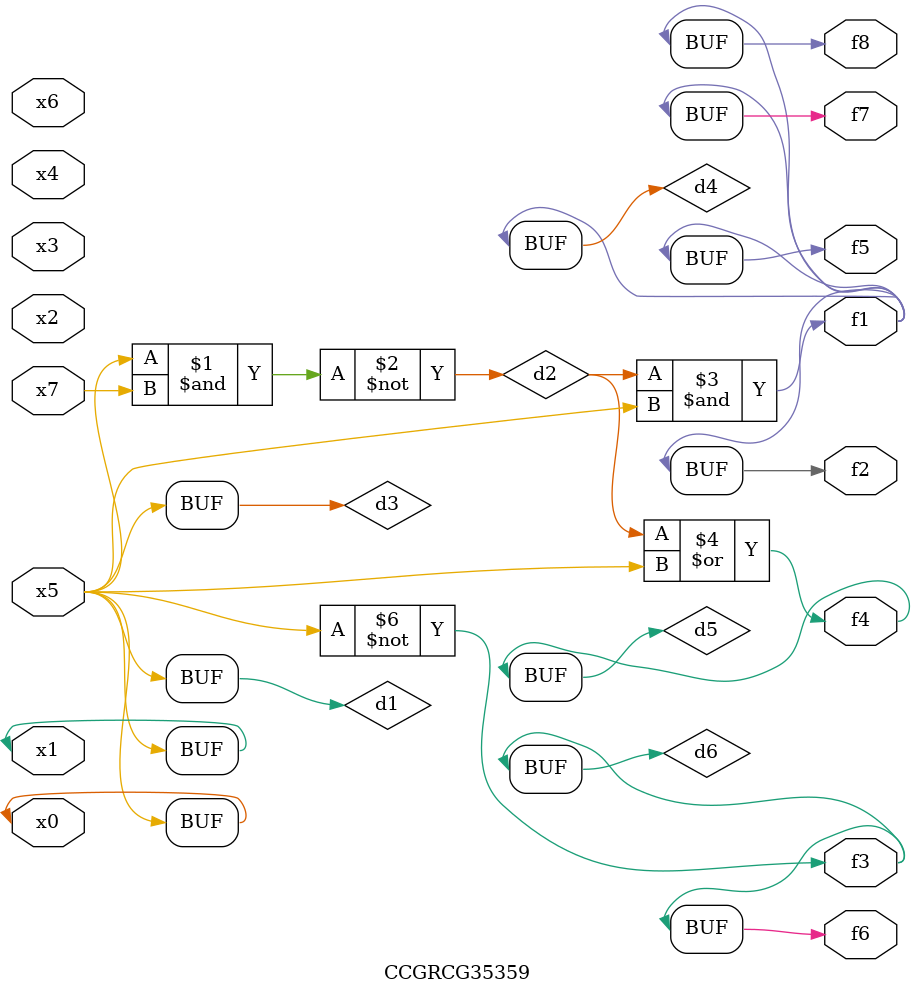
<source format=v>
module CCGRCG35359(
	input x0, x1, x2, x3, x4, x5, x6, x7,
	output f1, f2, f3, f4, f5, f6, f7, f8
);

	wire d1, d2, d3, d4, d5, d6;

	buf (d1, x0, x5);
	nand (d2, x5, x7);
	buf (d3, x0, x1);
	and (d4, d2, d3);
	or (d5, d2, d3);
	nor (d6, d1, d3);
	assign f1 = d4;
	assign f2 = d4;
	assign f3 = d6;
	assign f4 = d5;
	assign f5 = d4;
	assign f6 = d6;
	assign f7 = d4;
	assign f8 = d4;
endmodule

</source>
